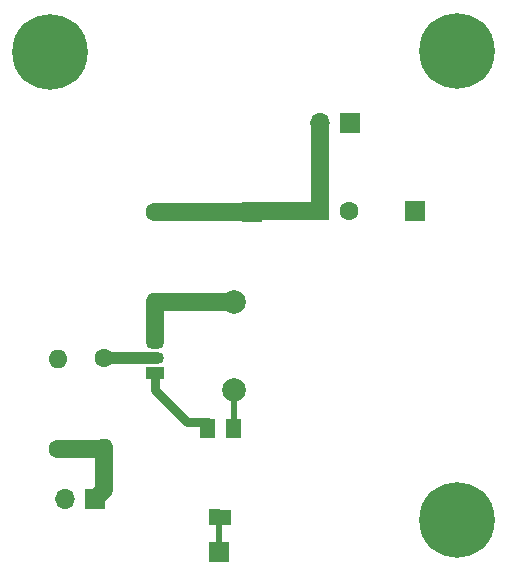
<source format=gbl>
G04 #@! TF.GenerationSoftware,KiCad,Pcbnew,(5.1.10)-1*
G04 #@! TF.CreationDate,2023-08-02T14:16:35+03:00*
G04 #@! TF.ProjectId,hv_cct,68765f63-6374-42e6-9b69-6361645f7063,rev?*
G04 #@! TF.SameCoordinates,Original*
G04 #@! TF.FileFunction,Copper,L2,Bot*
G04 #@! TF.FilePolarity,Positive*
%FSLAX46Y46*%
G04 Gerber Fmt 4.6, Leading zero omitted, Abs format (unit mm)*
G04 Created by KiCad (PCBNEW (5.1.10)-1) date 2023-08-02 14:16:35*
%MOMM*%
%LPD*%
G01*
G04 APERTURE LIST*
G04 #@! TA.AperFunction,ComponentPad*
%ADD10C,6.400000*%
G04 #@! TD*
G04 #@! TA.AperFunction,ComponentPad*
%ADD11C,2.000000*%
G04 #@! TD*
G04 #@! TA.AperFunction,ComponentPad*
%ADD12O,1.600000X1.600000*%
G04 #@! TD*
G04 #@! TA.AperFunction,ComponentPad*
%ADD13C,1.600000*%
G04 #@! TD*
G04 #@! TA.AperFunction,ComponentPad*
%ADD14O,1.700000X1.700000*%
G04 #@! TD*
G04 #@! TA.AperFunction,ComponentPad*
%ADD15R,1.700000X1.700000*%
G04 #@! TD*
G04 #@! TA.AperFunction,ComponentPad*
%ADD16R,1.500000X1.050000*%
G04 #@! TD*
G04 #@! TA.AperFunction,ComponentPad*
%ADD17O,1.500000X1.050000*%
G04 #@! TD*
G04 #@! TA.AperFunction,ComponentPad*
%ADD18R,1.600000X1.600000*%
G04 #@! TD*
G04 #@! TA.AperFunction,ViaPad*
%ADD19C,0.800000*%
G04 #@! TD*
G04 #@! TA.AperFunction,Conductor*
%ADD20C,0.500000*%
G04 #@! TD*
G04 #@! TA.AperFunction,Conductor*
%ADD21C,1.500000*%
G04 #@! TD*
G04 #@! TA.AperFunction,Conductor*
%ADD22C,0.750000*%
G04 #@! TD*
G04 #@! TA.AperFunction,Conductor*
%ADD23C,1.000000*%
G04 #@! TD*
G04 #@! TA.AperFunction,Conductor*
%ADD24C,0.100000*%
G04 #@! TD*
G04 APERTURE END LIST*
D10*
X187706000Y-71018400D03*
X222148400Y-110642400D03*
X222148400Y-70967600D03*
D11*
X203276200Y-99702000D03*
X203276200Y-92202000D03*
D12*
X196621400Y-92202000D03*
D13*
X196621400Y-84582000D03*
D12*
X192252600Y-104597200D03*
D13*
X192252600Y-96977200D03*
D12*
X188366400Y-97028000D03*
D13*
X188366400Y-104648000D03*
D14*
X210616800Y-77063600D03*
D15*
X213156800Y-77063600D03*
X218592400Y-84556600D03*
X204851000Y-84607400D03*
X202006200Y-113411000D03*
D14*
X189001400Y-108889800D03*
D15*
X191541400Y-108889800D03*
D16*
X196596000Y-98221800D03*
D17*
X196596000Y-95681800D03*
X196596000Y-96951800D03*
D13*
X213066000Y-84531200D03*
D18*
X210566000Y-84531200D03*
D19*
X199339200Y-102412800D03*
D20*
X203276200Y-99702000D02*
X203276200Y-102844600D01*
D21*
X196621400Y-92202000D02*
X203276200Y-92202000D01*
X196621400Y-95451390D02*
X196596000Y-95476790D01*
X196621400Y-92202000D02*
X196621400Y-95451390D01*
D22*
X196596000Y-99669600D02*
X199339200Y-102412800D01*
X196596000Y-98221800D02*
X196596000Y-99669600D01*
X199339200Y-102412800D02*
X201066400Y-102412800D01*
D21*
X210616800Y-84480400D02*
X210566000Y-84531200D01*
X210616800Y-77063600D02*
X210616800Y-84480400D01*
X204927200Y-84531200D02*
X204851000Y-84607400D01*
X210566000Y-84531200D02*
X204927200Y-84531200D01*
X204825600Y-84582000D02*
X204851000Y-84607400D01*
X196621400Y-84582000D02*
X204825600Y-84582000D01*
D23*
X196570600Y-96977200D02*
X196596000Y-96951800D01*
X192252600Y-96977200D02*
X196570600Y-96977200D01*
D21*
X192252600Y-108178600D02*
X191541400Y-108889800D01*
X192252600Y-104597200D02*
X192252600Y-108178600D01*
X192201800Y-104648000D02*
X192252600Y-104597200D01*
X188366400Y-104648000D02*
X192201800Y-104648000D01*
D20*
X202006200Y-113411000D02*
X202006200Y-110591600D01*
D24*
X201626000Y-103658200D02*
X200380587Y-103658200D01*
X200404425Y-102132600D01*
X201626000Y-102132600D01*
X201626000Y-103658200D01*
G04 #@! TA.AperFunction,Conductor*
G36*
X201626000Y-103658200D02*
G01*
X200380587Y-103658200D01*
X200404425Y-102132600D01*
X201626000Y-102132600D01*
X201626000Y-103658200D01*
G37*
G04 #@! TD.AperFunction*
X202973122Y-109802751D02*
X202996648Y-111049600D01*
X201167200Y-111049600D01*
X201167200Y-109778672D01*
X202973122Y-109802751D01*
G04 #@! TA.AperFunction,Conductor*
G36*
X202973122Y-109802751D02*
G01*
X202996648Y-111049600D01*
X201167200Y-111049600D01*
X201167200Y-109778672D01*
X202973122Y-109802751D01*
G37*
G04 #@! TD.AperFunction*
X203822708Y-103658200D02*
X202577292Y-103658200D01*
X202589210Y-102132600D01*
X203810790Y-102132600D01*
X203822708Y-103658200D01*
G04 #@! TA.AperFunction,Conductor*
G36*
X203822708Y-103658200D02*
G01*
X202577292Y-103658200D01*
X202589210Y-102132600D01*
X203810790Y-102132600D01*
X203822708Y-103658200D01*
G37*
G04 #@! TD.AperFunction*
M02*

</source>
